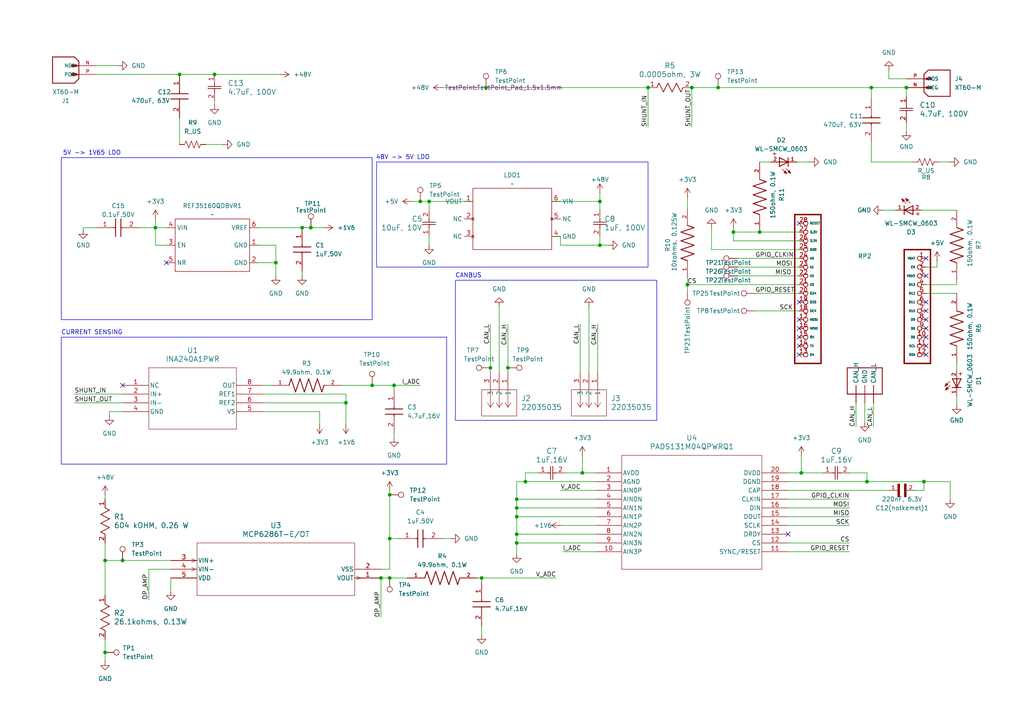
<source format=kicad_sch>
(kicad_sch (version 20231120) (generator "eeschema") (generator_version "8.0")
  (paper "A4")
  (junction (at 124.46 58.42))
  (junction (at 149.86 154.94))
  (junction (at 80.01 76.2))
  (junction (at 100.33 116.84))
  (junction (at 114.3 111.76))
  (junction (at 187.96 25.4))
  (junction (at 90.17 66.04))
  (junction (at 199.39 82.55))
  (junction (at 110.49 167.64))
  (junction (at 251.46 139.7))
  (junction (at 232.41 137.16))
  (junction (at 139.7 167.64))
  (junction (at 152.4 139.7))
  (junction (at 147.32 106.68))
  (junction (at 142.24 106.68))
  (junction (at 121.92 58.42))
  (junction (at 30.48 189.23))
  (junction (at 173.99 71.12))
  (junction (at 262.89 25.4))
  (junction (at 30.48 162.56))
  (junction (at 149.86 149.86))
  (junction (at 267.97 139.7))
  (junction (at 113.03 143.51))
  (junction (at 107.95 111.76))
  (junction (at 52.07 21.59))
  (junction (at 220.345 67.31))
  (junction (at 140.97 25.4))
  (junction (at 168.91 137.16))
  (junction (at 212.725 67.31))
  (junction (at 200.66 25.4))
  (junction (at 208.28 25.4))
  (junction (at 113.03 167.64))
  (junction (at 173.99 58.42))
  (junction (at 45.085 66.04))
  (junction (at 149.86 157.48))
  (junction (at 149.86 147.32))
  (junction (at 252.73 25.4))
  (junction (at 35.56 162.56))
  (junction (at 113.03 156.21))
  (junction (at 149.86 144.78))
  (junction (at 87.63 66.04))
  (junction (at 62.23 21.59))
  (no_connect (at 231.775 87.63))
  (no_connect (at 268.605 90.17))
  (no_connect (at 268.605 100.33))
  (no_connect (at 231.775 92.71))
  (no_connect (at 268.605 97.79))
  (no_connect (at 48.26 76.2))
  (no_connect (at 268.605 92.71))
  (no_connect (at 268.605 95.25))
  (no_connect (at 268.605 87.63))
  (no_connect (at 268.605 102.87))
  (no_connect (at 231.775 102.87))
  (no_connect (at 268.605 80.01))
  (no_connect (at 35.56 111.76))
  (no_connect (at 231.775 95.25))
  (no_connect (at 268.605 74.93))
  (no_connect (at 231.775 100.33))
  (no_connect (at 231.775 97.79))
  (no_connect (at 231.775 64.77))
  (no_connect (at 228.6 154.94))
  (wire (pts (xy 199.39 82.55) (xy 199.39 84.455)))
  (wire (pts (xy 27.94 66.04) (xy 24.13 66.04)))
  (wire (pts (xy 147.32 106.68) (xy 147.32 107.95)))
  (wire (pts (xy 265.43 142.24) (xy 267.97 142.24)))
  (wire (pts (xy 147.32 93.98) (xy 147.32 106.68)))
  (wire (pts (xy 228.6 144.78) (xy 246.38 144.78)))
  (wire (pts (xy 199.39 80.645) (xy 199.39 82.55)))
  (wire (pts (xy 35.56 162.56) (xy 49.53 162.56)))
  (wire (pts (xy 208.28 25.4) (xy 252.73 25.4)))
  (wire (pts (xy 162.56 68.58) (xy 160.02 68.58)))
  (wire (pts (xy 62.23 29.21) (xy 62.23 30.48)))
  (wire (pts (xy 149.86 147.32) (xy 172.72 147.32)))
  (wire (pts (xy 163.195 160.02) (xy 172.72 160.02)))
  (wire (pts (xy 43.18 165.1) (xy 43.18 173.99)))
  (wire (pts (xy 30.48 162.56) (xy 30.48 172.72)))
  (wire (pts (xy 162.56 142.24) (xy 172.72 142.24)))
  (wire (pts (xy 262.89 22.86) (xy 257.81 22.86)))
  (wire (pts (xy 24.13 66.04) (xy 24.13 66.675)))
  (wire (pts (xy 100.33 116.84) (xy 100.33 123.19)))
  (wire (pts (xy 168.275 93.98) (xy 168.275 107.95)))
  (wire (pts (xy 142.24 106.68) (xy 142.24 107.95)))
  (wire (pts (xy 110.49 167.64) (xy 110.49 179.07)))
  (wire (pts (xy 52.07 34.29) (xy 52.07 41.91)))
  (wire (pts (xy 228.6 149.86) (xy 246.38 149.86)))
  (wire (pts (xy 168.91 132.08) (xy 168.91 137.16)))
  (wire (pts (xy 251.46 139.7) (xy 251.46 137.16)))
  (wire (pts (xy 253.365 123.825) (xy 253.365 116.84)))
  (wire (pts (xy 128.27 25.4) (xy 140.97 25.4)))
  (wire (pts (xy 107.95 111.76) (xy 114.3 111.76)))
  (wire (pts (xy 45.085 66.04) (xy 45.085 71.12)))
  (wire (pts (xy 268.605 82.55) (xy 277.495 82.55)))
  (wire (pts (xy 139.7 181.61) (xy 139.7 184.15)))
  (wire (pts (xy 138.43 167.64) (xy 139.7 167.64)))
  (wire (pts (xy 275.59 139.7) (xy 275.59 144.78)))
  (wire (pts (xy 76.2 114.3) (xy 100.33 114.3)))
  (wire (pts (xy 267.97 142.24) (xy 267.97 139.7)))
  (wire (pts (xy 45.085 66.04) (xy 48.26 66.04)))
  (wire (pts (xy 173.99 55.88) (xy 173.99 58.42)))
  (wire (pts (xy 228.6 137.16) (xy 232.41 137.16)))
  (wire (pts (xy 277.495 82.55) (xy 277.495 81.28)))
  (wire (pts (xy 262.89 35.56) (xy 262.89 38.1)))
  (wire (pts (xy 121.92 58.42) (xy 124.46 58.42)))
  (wire (pts (xy 200.66 25.4) (xy 208.28 25.4)))
  (wire (pts (xy 124.46 58.42) (xy 137.16 58.42)))
  (wire (pts (xy 172.72 144.78) (xy 149.86 144.78)))
  (wire (pts (xy 30.48 162.56) (xy 35.56 162.56)))
  (wire (pts (xy 268.605 85.09) (xy 277.495 85.09)))
  (wire (pts (xy 30.48 185.42) (xy 30.48 189.23)))
  (wire (pts (xy 268.605 77.47) (xy 271.78 77.47)))
  (wire (pts (xy 49.53 165.1) (xy 43.18 165.1)))
  (wire (pts (xy 213.995 80.01) (xy 231.775 80.01)))
  (wire (pts (xy 252.73 25.4) (xy 252.73 28.575)))
  (wire (pts (xy 277.495 105.41) (xy 277.495 107.315)))
  (wire (pts (xy 149.86 157.48) (xy 149.86 160.655)))
  (wire (pts (xy 213.995 77.47) (xy 231.775 77.47)))
  (wire (pts (xy 199.39 82.55) (xy 231.775 82.55)))
  (wire (pts (xy 228.6 160.02) (xy 246.38 160.02)))
  (wire (pts (xy 100.33 116.84) (xy 100.33 114.3)))
  (wire (pts (xy 74.93 71.12) (xy 80.01 71.12)))
  (wire (pts (xy 219.075 90.17) (xy 231.775 90.17)))
  (wire (pts (xy 62.23 21.59) (xy 81.28 21.59)))
  (wire (pts (xy 187.96 25.4) (xy 187.96 36.83)))
  (wire (pts (xy 49.53 167.64) (xy 49.53 171.45)))
  (wire (pts (xy 124.46 68.58) (xy 124.46 71.12)))
  (wire (pts (xy 162.56 71.12) (xy 173.99 71.12)))
  (wire (pts (xy 35.56 119.38) (xy 31.75 119.38)))
  (wire (pts (xy 231.775 72.39) (xy 206.375 72.39)))
  (wire (pts (xy 220.345 67.31) (xy 212.725 67.31)))
  (wire (pts (xy 119.38 58.42) (xy 121.92 58.42)))
  (wire (pts (xy 267.97 139.7) (xy 275.59 139.7)))
  (wire (pts (xy 76.2 116.84) (xy 100.33 116.84)))
  (wire (pts (xy 162.56 68.58) (xy 162.56 71.12)))
  (wire (pts (xy 110.49 165.1) (xy 113.03 165.1)))
  (wire (pts (xy 76.2 111.76) (xy 78.74 111.76)))
  (wire (pts (xy 212.725 69.85) (xy 212.725 67.31)))
  (wire (pts (xy 252.73 25.4) (xy 262.89 25.4)))
  (wire (pts (xy 40.64 66.04) (xy 45.085 66.04)))
  (wire (pts (xy 113.03 143.51) (xy 113.03 156.21)))
  (wire (pts (xy 252.73 41.275) (xy 252.73 46.99)))
  (wire (pts (xy 149.86 144.78) (xy 149.86 147.32)))
  (wire (pts (xy 99.06 111.76) (xy 107.95 111.76)))
  (wire (pts (xy 149.86 154.94) (xy 149.86 157.48)))
  (wire (pts (xy 80.01 71.12) (xy 80.01 76.2)))
  (wire (pts (xy 149.86 157.48) (xy 172.72 157.48)))
  (wire (pts (xy 272.415 46.99) (xy 275.59 46.99)))
  (wire (pts (xy 231.775 69.85) (xy 212.725 69.85)))
  (wire (pts (xy 76.2 119.38) (xy 92.71 119.38)))
  (wire (pts (xy 87.63 66.04) (xy 90.17 66.04)))
  (wire (pts (xy 173.99 71.12) (xy 176.53 71.12)))
  (wire (pts (xy 228.6 157.48) (xy 246.38 157.48)))
  (wire (pts (xy 59.69 41.91) (xy 64.77 41.91)))
  (wire (pts (xy 173.355 93.98) (xy 173.355 107.95)))
  (wire (pts (xy 246.38 137.16) (xy 251.46 137.16)))
  (wire (pts (xy 163.83 137.16) (xy 168.91 137.16)))
  (wire (pts (xy 228.6 142.24) (xy 257.81 142.24)))
  (wire (pts (xy 170.815 88.9) (xy 170.815 107.95)))
  (wire (pts (xy 30.48 143.51) (xy 30.48 144.78)))
  (wire (pts (xy 152.4 139.7) (xy 172.72 139.7)))
  (wire (pts (xy 124.46 58.42) (xy 124.46 60.96)))
  (wire (pts (xy 160.02 58.42) (xy 173.99 58.42)))
  (wire (pts (xy 156.21 137.16) (xy 152.4 137.16)))
  (wire (pts (xy 251.46 139.7) (xy 267.97 139.7)))
  (wire (pts (xy 250.825 122.555) (xy 250.825 116.84)))
  (wire (pts (xy 232.41 132.08) (xy 232.41 137.16)))
  (wire (pts (xy 128.27 156.21) (xy 130.81 156.21)))
  (wire (pts (xy 139.7 168.91) (xy 139.7 167.64)))
  (wire (pts (xy 149.86 149.86) (xy 172.72 149.86)))
  (wire (pts (xy 267.335 60.96) (xy 277.495 60.96)))
  (wire (pts (xy 27.94 19.05) (xy 34.29 19.05)))
  (wire (pts (xy 21.59 116.84) (xy 35.56 116.84)))
  (wire (pts (xy 255.905 60.96) (xy 259.715 60.96)))
  (wire (pts (xy 149.86 139.7) (xy 152.4 139.7)))
  (wire (pts (xy 228.6 147.32) (xy 246.38 147.32)))
  (wire (pts (xy 206.375 72.39) (xy 206.375 66.04)))
  (wire (pts (xy 252.73 46.99) (xy 264.795 46.99)))
  (wire (pts (xy 257.81 22.86) (xy 257.81 20.32)))
  (wire (pts (xy 87.63 78.74) (xy 87.63 80.01)))
  (wire (pts (xy 232.41 137.16) (xy 238.76 137.16)))
  (wire (pts (xy 231.14 46.99) (xy 234.95 46.99)))
  (wire (pts (xy 114.3 111.76) (xy 121.92 111.76)))
  (wire (pts (xy 90.17 66.04) (xy 93.98 66.04)))
  (wire (pts (xy 271.78 77.47) (xy 271.78 75.565)))
  (wire (pts (xy 21.59 114.3) (xy 35.56 114.3)))
  (wire (pts (xy 30.48 189.23) (xy 30.48 191.77)))
  (wire (pts (xy 144.78 88.9) (xy 144.78 107.95)))
  (wire (pts (xy 139.7 167.64) (xy 161.29 167.64)))
  (wire (pts (xy 173.99 68.58) (xy 173.99 71.12)))
  (wire (pts (xy 114.3 111.76) (xy 114.3 113.03)))
  (wire (pts (xy 168.91 137.16) (xy 172.72 137.16)))
  (wire (pts (xy 149.86 139.7) (xy 149.86 144.78)))
  (wire (pts (xy 140.97 25.4) (xy 187.96 25.4)))
  (wire (pts (xy 220.345 46.99) (xy 223.52 46.99)))
  (wire (pts (xy 142.24 93.98) (xy 142.24 106.68)))
  (wire (pts (xy 162.56 152.4) (xy 172.72 152.4)))
  (wire (pts (xy 74.93 66.04) (xy 87.63 66.04)))
  (wire (pts (xy 52.07 21.59) (xy 62.23 21.59)))
  (wire (pts (xy 228.6 152.4) (xy 246.38 152.4)))
  (wire (pts (xy 149.86 149.86) (xy 149.86 154.94)))
  (wire (pts (xy 113.03 167.64) (xy 118.11 167.64)))
  (wire (pts (xy 173.99 58.42) (xy 173.99 60.96)))
  (wire (pts (xy 92.71 119.38) (xy 92.71 123.19)))
  (wire (pts (xy 110.49 167.64) (xy 113.03 167.64)))
  (wire (pts (xy 152.4 137.16) (xy 152.4 139.7)))
  (wire (pts (xy 80.01 76.2) (xy 80.01 80.01)))
  (wire (pts (xy 262.89 25.4) (xy 262.89 27.94)))
  (wire (pts (xy 200.66 25.4) (xy 200.66 36.83)))
  (wire (pts (xy 199.39 60.325) (xy 199.39 57.15)))
  (wire (pts (xy 113.03 165.1) (xy 113.03 156.21)))
  (wire (pts (xy 277.495 114.935) (xy 277.495 117.475)))
  (wire (pts (xy 231.775 67.31) (xy 220.345 67.31)))
  (wire (pts (xy 45.085 63.5) (xy 45.085 66.04)))
  (wire (pts (xy 27.94 21.59) (xy 52.07 21.59)))
  (wire (pts (xy 149.86 147.32) (xy 149.86 149.86)))
  (wire (pts (xy 74.93 76.2) (xy 80.01 76.2)))
  (wire (pts (xy 248.285 123.825) (xy 248.285 116.84)))
  (wire (pts (xy 113.03 142.24) (xy 113.03 143.51)))
  (wire (pts (xy 228.6 139.7) (xy 251.46 139.7)))
  (wire (pts (xy 149.86 154.94) (xy 172.72 154.94)))
  (wire (pts (xy 31.75 119.38) (xy 31.75 120.65)))
  (wire (pts (xy 219.075 85.09) (xy 231.775 85.09)))
  (wire (pts (xy 113.03 156.21) (xy 115.57 156.21)))
  (wire (pts (xy 30.48 157.48) (xy 30.48 162.56)))
  (wire (pts (xy 45.085 71.12) (xy 48.26 71.12)))
  (wire (pts (xy 213.995 74.93) (xy 231.775 74.93)))
  (wire (pts (xy 114.3 125.73) (xy 114.3 127)))
  (wire (pts (xy 212.725 67.31) (xy 212.725 66.04)))
  (rectangle (start 17.78 45.72) (end 107.95 92.71))
  (rectangle (start 109.22 46.99) (end 187.96 77.47))
  (rectangle (start 132.08 81.28) (end 190.5 121.92))
  (rectangle (start 17.78 97.79) (end 129.54 134.62))
  (text "CANBUS\n" (at 135.89 80.01 0) (effects (font (size 1.27 1.27))))
  (text "48V -> 5V LDO\n" (at 116.84 45.72 0) (effects (font (size 1.27 1.27))))
  (text "CURRENT SENSING\n" (at 26.67 96.52 0) (effects (font (size 1.27 1.27))))
  (text "5V -> 1V65 LDO\n" (at 26.67 44.45 0) (effects (font (size 1.27 1.27))))
  (label "SHUNT_IN" (at 187.96 36.83 90))
  (label "GPIO_RESET" (at 219.075 85.09 0))
  (label "MOSI" (at 229.87 77.47 180))
  (label "GPIO_CLKIN" (at 246.38 144.78 180))
  (label "CAN_H" (at 173.355 93.98 270))
  (label "V_ADC" (at 162.56 142.24 0))
  (label "SHUNT_OUT" (at 200.66 36.83 90))
  (label "I_ADC" (at 121.92 111.76 180))
  (label "I_ADC" (at 163.195 160.02 0))
  (label "CAN_L" (at 253.365 123.825 90))
  (label "GPIO_RESET" (at 246.38 160.02 180))
  (label "SHUNT_IN" (at 21.59 114.3 0))
  (label "SCK" (at 246.38 152.4 180))
  (label "MISO" (at 224.79 80.01 0))
  (label "SCK" (at 226.06 90.17 0))
  (label "CAN_L" (at 168.275 93.98 270))
  (label "CAN_H" (at 147.32 93.98 270))
  (label "CS" (at 246.38 157.48 180))
  (label "CAN_H" (at 248.285 123.825 90))
  (label "V_ADC" (at 161.29 167.64 180))
  (label "SHUNT_OUT" (at 21.59 116.84 0))
  (label "CS" (at 199.39 82.55 0))
  (label "MISO" (at 246.38 149.86 180))
  (label "MOSI" (at 246.38 147.32 180))
  (label "GPIO_CLKIN" (at 219.075 74.93 0))
  (label "CAN_L" (at 142.24 93.98 270))
  (label "OP_AMP" (at 43.18 173.99 90))
  (label "OP_AMP" (at 110.49 179.07 90))
  (symbol (lib_id "Connector:TestPoint") (at 90.17 66.04 0) (unit 1)
    (property "Reference" "TP11" (at 88.265 59.055 0) (effects (justify left)))
    (property "Value" "TestPoint" (at 85.725 60.96 0) (effects (justify left)))
    (property "Footprint" "TestPoint:TestPoint_Pad_1.5x1.5mm" (effects (hide yes)))
    (property "Description" "test point" (effects (hide yes)))
  )
  (symbol (lib_id "power:+48V") (at 173.99 55.88 0) (unit 1)
    (property "Reference" "#PWR025" (effects (hide yes)))
    (property "Value" "+48V" (at 173.99 52.07 0))
    (property "Description" "Power symbol creates a global label with name \"+48V\"" (effects (hide yes)))
  )
  (symbol (lib_id "Joulemeter:INA240A1PWR") (at 35.56 111.76 0) (unit 1)
    (property "Reference" "U1" (at 55.88 101.6 0) (effects (font (size 1.524 1.524))))
    (property "Value" "INA240A1PWR" (at 55.88 104.14 0) (effects (font (size 1.524 1.524))))
    (property "Footprint" "PW0008A_N_TEX" (effects (hide yes)))
    (property "Datasheet" "INA240A1PWR" (effects (hide yes)))
  )
  (symbol (lib_id "power:GND") (at 80.01 80.01 0) (unit 1)
    (property "Reference" "#PWR027" (effects (hide yes)))
    (property "Value" "GND" (at 80.01 85.09 0))
    (property "Description" "Power symbol creates a global label with name \"GND\" , ground" (effects (hide yes)))
  )
  (symbol (lib_id "SMV_Custom:CRCW0603150RFKEAC") (at 220.345 57.15 90) (unit 1)
    (property "Reference" "R11" (at 226.695 58.42 0) (effects (justify left)))
    (property "Value" "150ohm, 0.1W" (at 224.155 63.5 0) (effects (justify left)))
    (property "Footprint" "SMV_Passives:RESC1608X55N" (effects (hide yes)))
  )
  (symbol (lib_id "power:GND") (at 275.59 144.78 0) (unit 1)
    (property "Reference" "#PWR034" (effects (hide yes)))
    (property "Value" "GND" (at 275.59 149.86 0))
    (property "Description" "Power symbol creates a global label with name \"GND\" , ground" (effects (hide yes)))
  )
  (symbol (lib_id "Connector:TestPoint") (at 147.32 106.68 270) (unit 1)
    (property "Reference" "TP9" (at 149.86 101.6 90) (effects (justify left)))
    (property "Value" "TestPoint" (at 148.59 104.14 90) (effects (justify left)))
    (property "Footprint" "TestPoint:TestPoint_Pad_1.5x1.5mm" (effects (hide yes)))
    (property "Description" "test point" (effects (hide yes)))
  )
  (symbol (lib_id "power:GND") (at 139.7 184.15 0) (unit 1)
    (property "Reference" "#PWR019" (effects (hide yes)))
    (property "Value" "GND" (at 139.7 189.23 0))
    (property "Description" "Power symbol creates a global label with name \"GND\" , ground" (effects (hide yes)))
  )
  (symbol (lib_id "power:GND") (at 206.375 66.04 180) (unit 1)
    (property "Reference" "#PWR042" (effects (hide yes)))
    (property "Value" "GND" (at 206.375 60.96 0))
    (property "Description" "Power symbol creates a global label with name \"GND\" , ground" (effects (hide yes)))
  )
  (symbol (lib_id "Connector:TestPoint") (at 113.03 167.64 180) (unit 1)
    (property "Reference" "TP4" (at 115.57 169.6719 0) (effects (justify right)))
    (property "Value" "TestPoint" (at 115.57 172.2119 0) (effects (justify right)))
    (property "Footprint" "TestPoint:TestPoint_Pad_1.5x1.5mm" (effects (hide yes)))
    (property "Description" "test point" (effects (hide yes)))
  )
  (symbol (lib_id "SMV_Custom:C0805C102K5GACTU") (at 87.63 66.04 270) (unit 1)
    (property "Reference" "C1" (at 91.44 71.1199 90) (effects (justify left)))
    (property "Value" "1uF,50V" (at 91.44 73.6599 90) (effects (justify left)))
    (property "Footprint" "SMV_Passives:Cap0805" (effects (hide yes)))
    (property "Datasheet" "https://content.kemet.com/datasheets/KEM_C1003_C0G_SMD.pdf" (effects (hide yes)))
    (property "Description" "SMD Comm C0G, Ceramic, 1000 pF, 10%, 50 VDC, 125 VDC, 125C, -55C, C0G, SMD, MLCC, Ultra-Stable, Low Loss, Class I, 0.1 % , 100 GOhms, 11 mg, 0805, 2mm, 1.25mm, 0.78mm, 0.75mm, 0.5mm, 4000, 78  Weeks, 120" (effects (hide yes)))
    (property "Height" "1.1" (effects (hide yes)))
    (property "Manufacturer_Name" "KEMET" (effects (hide yes)))
    (property "Manufacturer_Part_Number" "C0805C102K5GACTU" (effects (hide yes)))
    (property "Mouser Part Number" "80-C0805C102K5G" (effects (hide yes)))
    (property "Mouser Price/Stock" "https://www.mouser.co.uk/ProductDetail/KEMET/C0805C102K5GACTU?qs=ycq5i98tC2kqWbFrXv0n7w%3D%3D" (effects (hide yes)))
    (property "Arrow Part Number" "C0805C102K5GACTU" (effects (hide yes)))
    (property "Arrow Price/Stock" "https://www.arrow.com/en/products/c0805c102k5gactu/kemet-corporation" (effects (hide yes)))
  )
  (symbol (lib_id "power:+3V3") (at 100.33 123.19 180) (unit 1)
    (property "Reference" "#PWR012" (effects (hide yes)))
    (property "Value" "+1V6" (at 97.79 128.27 0) (effects (justify right)))
    (property "Description" "Power symbol creates a global label with name \"+3V3\"" (effects (hide yes)))
  )
  (symbol (lib_id "power:+3V3") (at 168.91 132.08 0) (unit 1)
    (property "Reference" "#PWR023" (effects (hide yes)))
    (property "Value" "+3V3" (at 168.91 127 0))
    (property "Description" "Power symbol creates a global label with name \"+3V3\"" (effects (hide yes)))
  )
  (symbol (lib_id "SMV_Custom:3-pin Mini Molex Spox") (at 173.355 107.95 270) (unit 1)
    (property "Reference" "J3" (at 177.165 115.5699 90) (effects (font (size 1.524 1.524)) (justify left)))
    (property "Value" "22035035" (at 177.165 118.1099 90) (effects (font (size 1.524 1.524)) (justify left)))
    (property "Footprint" "SMV_Connectors:3pin_CON_22035035_MOL" (effects (hide yes)))
    (property "Datasheet" "3-pin Mini Molex Spox" (effects (hide yes)))
  )
  (symbol (lib_id "power:+3V3") (at 45.085 63.5 0) (unit 1)
    (property "Reference" "#PWR01" (effects (hide yes)))
    (property "Value" "+3V3" (at 45.085 58.42 0))
    (property "Description" "Power symbol creates a global label with name \"+3V3\"" (effects (hide yes)))
  )
  (symbol (lib_id "Connector:TestPoint") (at 107.95 111.76 0) (unit 1)
    (property "Reference" "TP10" (at 105.41 102.87 0) (effects (justify left)))
    (property "Value" "TestPoint" (at 104.14 105.41 0) (effects (justify left)))
    (property "Footprint" "TestPoint:TestPoint_Pad_1.5x1.5mm" (effects (hide yes)))
    (property "Description" "test point" (effects (hide yes)))
  )
  (symbol (lib_id "Connector:TestPoint") (at 121.92 58.42 0) (unit 1)
    (property "Reference" "TP5" (at 124.46 53.8479 0) (effects (justify left)))
    (property "Value" "TestPoint" (at 124.46 56.3879 0) (effects (justify left)))
    (property "Footprint" "TestPoint:TestPoint_Pad_1.5x1.5mm" (effects (hide yes)))
    (property "Description" "test point" (effects (hide yes)))
  )
  (symbol (lib_id "Connector:TestPoint") (at 35.56 162.56 0) (unit 1)
    (property "Reference" "TP3" (at 38.1 157.9879 0) (effects (justify left)))
    (property "Value" "TestPoint" (at 38.1 160.5279 0) (effects (justify left)))
    (property "Footprint" "TestPoint:TestPoint_Pad_1.5x1.5mm" (effects (hide yes)))
    (property "Description" "test point" (effects (hide yes)))
  )
  (symbol (lib_id "power:+3V3") (at 199.39 57.15 0) (unit 1)
    (property "Reference" "#PWR043" (effects (hide yes)))
    (property "Value" "+3V3" (at 199.39 52.07 0))
    (property "Description" "Power symbol creates a global label with name \"+3V3\"" (effects (hide yes)))
  )
  (symbol (lib_id "SMV_Custom:XT60-M") (at 22.86 19.05 180) (unit 1)
    (property "Reference" "J1" (at 19.05 29.21 0))
    (property "Value" "XT60-M" (at 19.05 26.67 0))
    (property "Footprint" "SMV_Connectors:AMASS_XT60-M" (effects (hide yes)))
    (property "MF" "AMASS" (effects (hide yes)))
    (property "MAXIMUM_PACKAGE_HEIGHT" "16.00 mm" (effects (hide yes)))
    (property "Package" "Package" (effects (hide yes)))
    (property "Price" "None" (effects (hide yes)))
    (property "Check_prices" "https://www.snapeda.com/parts/XT60-M/AMASS/view-part/?ref=eda" (effects (hide yes)))
    (property "STANDARD" "IPC 7351B" (effects (hide yes)))
    (property "PARTREV" "V1.2" (effects (hide yes)))
    (property "SnapEDA_Link" "https://www.snapeda.com/parts/XT60-M/AMASS/view-part/?ref=snap" (effects (hide yes)))
    (property "MP" "XT60-M" (effects (hide yes)))
    (property "Description_1" "\n                        \n                            Plug; DC supply; XT60; male; PIN: 2; for cable; soldered; 30A; 500V\n                        \n" (effects (hide yes)))
    (property "Availability" "Not in stock" (effects (hide yes)))
    (property "MANUFACTURER" "AMASS" (effects (hide yes)))
  )
  (symbol (lib_id "power:GND") (at 262.89 38.1 0) (unit 1)
    (property "Reference" "#PWR036" (effects (hide yes)))
    (property "Value" "GND" (at 262.89 42.545 0))
    (property "Description" "Power symbol creates a global label with name \"GND\" , ground" (effects (hide yes)))
  )
  (symbol (lib_id "SMV_Custom:PU3921FKM130U5L") (at 187.96 25.4 0) (unit 1)
    (property "Reference" "R5" (at 194.31 19.05 0) (effects (font (size 1.524 1.524))))
    (property "Value" "0.0005ohm, 3W" (at 194.31 21.59 0) (effects (font (size 1.524 1.524))))
    (property "Footprint" "SMV_Passives:RES_PU3921_.5mOHM_YAG" (effects (hide yes)))
    (property "Datasheet" "PU3921FKM130U5L" (effects (hide yes)))
  )
  (symbol (lib_id "power:GND") (at 34.29 19.05 90) (unit 1)
    (property "Reference" "#PWR06" (effects (hide yes)))
    (property "Value" "GND" (at 38.1 19.0499 90) (effects (justify right)))
    (property "Description" "Power symbol creates a global label with name \"GND\" , ground" (effects (hide yes)))
  )
  (symbol (lib_id "SMV_Custom:C0805C475K4RACTU") (at 139.7 168.91 270) (unit 1)
    (property "Reference" "C6" (at 143.51 173.9899 90) (effects (justify left)))
    (property "Value" "4.7uF,16V" (at 143.51 176.5299 90) (effects (justify left)))
    (property "Footprint" "SMV_Passives:Cap0805" (effects (hide yes)))
    (property "Datasheet" "https://content.kemet.com/datasheets/KEM_C1002_X7R_SMD.pdf" (effects (hide yes)))
    (property "Description" "SMD Comm X7R, Ceramic, 4.7 uF, 10%, 16 VDC, 40 VDC, 125C, -55C, X7R, SMD, MLCC, Temperature Stable, Class II, 10 % , 21.3 MOhms, 21 mg, 0805, 2mm, 1.25mm, 1.25mm, 0.75mm, 0.5mm, 2500, 78  Weeks, 80" (effects (hide yes)))
    (property "Height" "1.1" (effects (hide yes)))
    (property "Manufacturer_Name" "KEMET" (effects (hide yes)))
    (property "Manufacturer_Part_Number" "C0805C475K4RACTU" (effects (hide yes)))
    (property "Mouser Part Number" "80-C0805C475K4R" (effects (hide yes)))
    (property "Mouser Price/Stock" "https://www.mouser.co.uk/ProductDetail/KEMET/C0805C475K4RACTU?qs=iP0bYSAMAFomlmlmK2IJkg%3D%3D" (effects (hide yes)))
    (property "Arrow Part Number" "C0805C475K4RACTU" (effects (hide yes)))
    (property "Arrow Price/Stock" "https://www.arrow.com/en/products/c0805c475k4ractu/kemet-corporation?region=nac" (effects (hide yes)))
  )
  (symbol (lib_id "SMV_Custom:CRCW0603150RFKEAC") (at 277.495 71.12 90) (unit 1)
    (property "Reference" "R7" (at 283.845 72.39 0) (effects (justify left)))
    (property "Value" "150ohm, 0.1W" (at 281.305 77.47 0) (effects (justify left)))
    (property "Footprint" "SMV_Passives:RESC1608X55N" (effects (hide yes)))
  )
  (symbol (lib_id "power:GND") (at 130.81 156.21 90) (unit 1)
    (property "Reference" "#PWR018" (effects (hide yes)))
    (property "Value" "GND" (at 134.62 156.2099 90) (effects (justify right)))
    (property "Description" "Power symbol creates a global label with name \"GND\" , ground" (effects (hide yes)))
  )
  (symbol (lib_id "power:GND") (at 257.81 20.32 180) (unit 1)
    (property "Reference" "#PWR032" (effects (hide yes)))
    (property "Value" "GND" (at 257.81 15.24 0))
    (property "Description" "Power symbol creates a global label with name \"GND\" , ground" (effects (hide yes)))
  )
  (symbol (lib_id "SMV_Custom:CRCW0603150RFKEAC") (at 277.495 95.25 90) (unit 1)
    (property "Reference" "R6" (at 283.845 96.52 0) (effects (justify left)))
    (property "Value" "150ohm, 0.1W" (at 281.305 101.6 0) (effects (justify left)))
    (property "Footprint" "SMV_Passives:RESC1608X55N" (effects (hide yes)))
  )
  (symbol (lib_id "power:GND") (at 62.23 30.48 0) (unit 1)
    (property "Reference" "#PWR038" (effects (hide yes)))
    (property "Value" "GND" (at 62.23 35.56 0))
    (property "Description" "Power symbol creates a global label with name \"GND\" , ground" (effects (hide yes)))
  )
  (symbol (lib_id "power:+48V") (at 128.27 25.4 90) (unit 1)
    (property "Reference" "#PWR017" (effects (hide yes)))
    (property "Value" "+48V" (at 124.46 25.3999 90) (effects (justify left)))
    (property "Description" "Power symbol creates a global label with name \"+48V\"" (effects (hide yes)))
  )
  (symbol (lib_id "SMV_Custom:3-pin Mini Molex Spox") (at 147.32 107.95 270) (unit 1)
    (property "Reference" "J2" (at 151.13 115.5699 90) (effects (font (size 1.524 1.524)) (justify left)))
    (property "Value" "22035035" (at 151.13 118.1099 90) (effects (font (size 1.524 1.524)) (justify left)))
    (property "Footprint" "SMV_Connectors:3pin_CON_22035035_MOL" (effects (hide yes)))
    (property "Datasheet" "3-pin Mini Molex Spox" (effects (hide yes)))
  )
  (symbol (lib_id "SMV_Custom:AP7387-50FDCR-7") (at 148.59 63.5 0) (unit 1)
    (property "Reference" "LDO1" (at 148.59 50.8 0))
    (property "Value" "~" (at 148.59 53.34 0))
    (property "Footprint" "SMV_ICs:U-DFN2020-6 (Type C)" (effects (hide yes)))
  )
  (symbol (lib_id "SMV_Custom:C0805C102K5GACTU") (at 115.57 156.21 0) (unit 1)
    (property "Reference" "C4" (at 121.92 148.59 0))
    (property "Value" "1uF,50V" (at 121.92 151.13 0))
    (property "Footprint" "SMV_Passives:Cap0805" (effects (hide yes)))
    (property "Datasheet" "https://content.kemet.com/datasheets/KEM_C1003_C0G_SMD.pdf" (effects (hide yes)))
    (property "Description" "SMD Comm C0G, Ceramic, 1000 pF, 10%, 50 VDC, 125 VDC, 125C, -55C, C0G, SMD, MLCC, Ultra-Stable, Low Loss, Class I, 0.1 % , 100 GOhms, 11 mg, 0805, 2mm, 1.25mm, 0.78mm, 0.75mm, 0.5mm, 4000, 78  Weeks, 120" (effects (hide yes)))
    (property "Height" "1.1" (effects (hide yes)))
    (property "Manufacturer_Name" "KEMET" (effects (hide yes)))
    (property "Manufacturer_Part_Number" "C0805C102K5GACTU" (effects (hide yes)))
    (property "Mouser Part Number" "80-C0805C102K5G" (effects (hide yes)))
    (property "Mouser Price/Stock" "https://www.mouser.co.uk/ProductDetail/KEMET/C0805C102K5GACTU?qs=ycq5i98tC2kqWbFrXv0n7w%3D%3D" (effects (hide yes)))
    (property "Arrow Part Number" "C0805C102K5GACTU" (effects (hide yes)))
    (property "Arrow Price/Stock" "https://www.arrow.com/en/products/c0805c102k5gactu/kemet-corporation" (effects (hide yes)))
  )
  (symbol (lib_id "SMV_Custom:CRCW060349R9FKEAC") (at 88.9 111.76 0) (unit 1)
    (property "Reference" "R3" (at 88.9 105.41 0))
    (property "Value" "49.9ohm, 0.1W" (at 88.9 107.95 0))
    (property "Footprint" "SMV_Passives:RESC1608X55N" (effects (hide yes)))
  )
  (symbol (lib_id "power:GND") (at 277.495 117.475 0) (unit 1)
    (property "Reference" "#PWR08" (effects (hide yes)))
    (property "Value" "GND" (at 277.495 121.92 0))
    (property "Description" "Power symbol creates a global label with name \"GND\" , ground" (effects (hide yes)))
  )
  (symbol (lib_id "SMV_Custom:C1206C105K1RACTU") (at 173.99 60.96 270) (unit 1)
    (property "Reference" "C8" (at 175.26 63.5 90) (effects (font (size 1.524 1.524)) (justify left)))
    (property "Value" "1uF, 100V" (at 175.26 66.04 90) (effects (font (size 1.524 1.524)) (justify left)))
    (property "Footprint" "CAPC340180_180N_KEM" (effects (hide yes)))
    (property "Datasheet" "C1206C105K1RACTU" (effects (hide yes)))
  )
  (symbol (lib_id "SMV_Custom:Big_Chunky_Cap2") (at 52.07 21.59 270) (unit 1)
    (property "Reference" "C12" (at 45.72 26.67 90) (effects (justify left)))
    (property "Value" "470uF, 63V" (at 38.1 29.21 90) (effects (justify left)))
    (property "Footprint" "SMV_Passives:Big_Chunky_Cap" (effects (hide yes)))
    (property "Datasheet" "https://content.kemet.com/datasheets/KEM_C1003_C0G_SMD.pdf" (effects (hide yes)))
    (property "Description" "SMD Comm C0G, Ceramic, 1000 pF, 10%, 50 VDC, 125 VDC, 125C, -55C, C0G, SMD, MLCC, Ultra-Stable, Low Loss, Class I, 0.1 % , 100 GOhms, 11 mg, 0805, 2mm, 1.25mm, 0.78mm, 0.75mm, 0.5mm, 4000, 78  Weeks, 120" (effects (hide yes)))
    (property "Height" "1.1" (effects (hide yes)))
    (property "Manufacturer_Name" "KEMET" (effects (hide yes)))
    (property "Manufacturer_Part_Number" "C0805C102K5GACTU" (effects (hide yes)))
    (property "Mouser Part Number" "80-C0805C102K5G" (effects (hide yes)))
    (property "Mouser Price/Stock" "https://www.mouser.co.uk/ProductDetail/KEMET/C0805C102K5GACTU?qs=ycq5i98tC2kqWbFrXv0n7w%3D%3D" (effects (hide yes)))
    (property "Arrow Part Number" "C0805C102K5GACTU" (effects (hide yes)))
    (property "Arrow Price/Stock" "https://www.arrow.com/en/products/c0805c102k5gactu/kemet-corporation" (effects (hide yes)))
  )
  (symbol (lib_id "power:+3V3") (at 271.78 75.565 0) (unit 1)
    (property "Reference" "#PWR045" (effects (hide yes)))
    (property "Value" "+5V" (at 271.78 70.485 0))
    (property "Description" "Power symbol creates a global label with name \"+3V3\"" (effects (hide yes)))
  )
  (symbol (lib_id "power:+48V") (at 30.48 143.51 0) (unit 1)
    (property "Reference" "#PWR03" (effects (hide yes)))
    (property "Value" "+48V" (at 30.48 138.43 0))
    (property "Description" "Power symbol creates a global label with name \"+48V\"" (effects (hide yes)))
  )
  (symbol (lib_id "SMV_Custom:WL-SMCW_0603") (at 262.255 60.96 0) (unit 1)
    (property "Reference" "D3" (at 264.2733 67.31 0))
    (property "Value" "WL-SMCW_0603" (at 264.2733 64.77 0))
    (property "Footprint" "SMV_Passives:WL-SMCW_0603(diode)" (effects (hide yes)))
  )
  (symbol (lib_id "power:+3V3") (at 212.725 66.04 0) (unit 1)
    (property "Reference" "#PWR041" (effects (hide yes)))
    (property "Value" "+3V3" (at 212.725 60.96 0))
    (property "Description" "Power symbol creates a global label with name \"+3V3\"" (effects (hide yes)))
  )
  (symbol (lib_id "power:GND") (at 275.59 46.99 90) (unit 1)
    (property "Reference" "#PWR037" (effects (hide yes)))
    (property "Value" "GND" (at 279.4 46.9899 90) (effects (justify right)))
    (property "Description" "Power symbol creates a global label with name \"GND\" , ground" (effects (hide yes)))
  )
  (symbol (lib_id "power:GND") (at 250.825 122.555 0) (unit 1)
    (property "Reference" "#PWR040" (effects (hide yes)))
    (property "Value" "GND" (at 250.825 127.635 0))
    (property "Description" "Power symbol creates a global label with name \"GND\" , ground" (effects (hide yes)))
  )
  (symbol (lib_id "power:GND") (at 149.86 160.655 0) (unit 1)
    (property "Reference" "#PWR021" (effects (hide yes)))
    (property "Value" "GND" (at 149.86 165.735 0))
    (property "Description" "Power symbol creates a global label with name \"GND\" , ground" (effects (hide yes)))
  )
  (symbol (lib_id "Connector:TestPoint") (at 30.48 189.23 270) (unit 1)
    (property "Reference" "TP1" (at 35.56 187.9599 90) (effects (justify left)))
    (property "Value" "TestPoint" (at 35.56 190.4999 90) (effects (justify left)))
    (property "Footprint" "TestPoint:TestPoint_Pad_1.5x1.5mm" (effects (hide yes)))
    (property "Description" "test point" (effects (hide yes)))
  )
  (symbol (lib_id "SMV_Custom:C0805C105K4RACTU") (at 238.76 137.16 0) (unit 1)
    (property "Reference" "C9" (at 242.57 130.81 0) (effects (font (size 1.524 1.524))))
    (property "Value" "1uF,16V" (at 242.57 133.35 0) (effects (font (size 1.524 1.524))))
    (property "Footprint" "SMV_Passives:Cap0805" (effects (hide yes)))
    (property "Datasheet" "C0805C105K4RACTU" (effects (hide yes)))
  )
  (symbol (lib_id "power:GND") (at 234.95 46.99 90) (unit 1)
    (property "Reference" "#PWR044" (effects (hide yes)))
    (property "Value" "GND" (at 238.76 46.9899 90) (effects (justify right)))
    (property "Description" "Power symbol creates a global label with name \"GND\" , ground" (effects (hide yes)))
  )
  (symbol (lib_id "SMV_Custom:C2220C475M1R2C7186") (at 62.23 21.59 270) (unit 1)
    (property "Reference" "C13" (at 66.04 24.1299 90) (effects (font (size 1.524 1.524)) (justify left)))
    (property "Value" "4.7uF, 100V" (at 66.04 26.6699 90) (effects (font (size 1.524 1.524)) (justify left)))
    (property "Footprint" "CAP_C2220C_2S_KEM" (effects (hide yes)))
    (property "Datasheet" "C2220C475M1R2C7186" (effects (hide yes)))
  )
  (symbol (lib_id "SMV_Custom:TNPW040226K1BEED") (at 30.48 172.72 270) (unit 1)
    (property "Reference" "R2" (at 33.02 177.7999 90) (effects (font (size 1.524 1.524)) (justify left)))
    (property "Value" "26.1kohms, 0.13W" (at 33.02 180.3399 90) (effects (font (size 1.524 1.524)) (justify left)))
    (property "Footprint" "RES_TNPW0402_VIS" (effects (hide yes)))
    (property "Datasheet" "TNPW040226K1BEED" (effects (hide yes)))
  )
  (symbol (lib_id "power:+3V3") (at 92.71 123.19 180) (unit 1)
    (property "Reference" "#PWR011" (effects (hide yes)))
    (property "Value" "+3V3" (at 92.71 128.27 0))
    (property "Description" "Power symbol creates a global label with name \"+3V3\"" (effects (hide yes)))
  )
  (symbol (lib_id "SMV_Custom:TNPW0805604KBEEA") (at 30.48 144.78 270) (unit 1)
    (property "Reference" "R1" (at 33.02 149.8599 90) (effects (font (size 1.524 1.524)) (justify left)))
    (property "Value" "604 kOHM, 0.26 W" (at 33.02 152.3999 90) (effects (font (size 1.524 1.524)) (justify left)))
    (property "Footprint" "RES_TNPW0805_VIS" (effects (hide yes)))
    (property "Datasheet" "TNPW0805604KBEEA" (effects (hide yes)))
  )
  (symbol (lib_id "SMV_Custom:C0805C475K4RACTU") (at 114.3 113.03 270) (unit 1)
    (property "Reference" "C3" (at 118.11 118.1099 90) (effects (justify left)))
    (property "Value" "4.7uF,16V" (at 118.11 120.6499 90) (effects (justify left)))
    (property "Footprint" "SMV_Passives:Cap0805" (effects (hide yes)))
    (property "Datasheet" "https://content.kemet.com/datasheets/KEM_C1002_X7R_SMD.pdf" (effects (hide yes)))
    (property "Description" "SMD Comm X7R, Ceramic, 4.7 uF, 10%, 16 VDC, 40 VDC, 125C, -55C, X7R, SMD, MLCC, Temperature Stable, Class II, 10 % , 21.3 MOhms, 21 mg, 0805, 2mm, 1.25mm, 1.25mm, 0.75mm, 0.5mm, 2500, 78  Weeks, 80" (effects (hide yes)))
    (property "Height" "1.1" (effects (hide yes)))
    (property "Manufacturer_Name" "KEMET" (effects (hide yes)))
    (property "Manufacturer_Part_Number" "C0805C475K4RACTU" (effects (hide yes)))
    (property "Mouser Part Number" "80-C0805C475K4R" (effects (hide yes)))
    (property "Mouser Price/Stock" "https://www.mouser.co.uk/ProductDetail/KEMET/C0805C475K4RACTU?qs=iP0bYSAMAFomlmlmK2IJkg%3D%3D" (effects (hide yes)))
    (property "Arrow Part Number" "C0805C475K4RACTU" (effects (hide yes)))
    (property "Arrow Price/Stock" "https://www.arrow.com/en/products/c0805c475k4ractu/kemet-corporation?region=nac" (effects (hide yes)))
  )
  (symbol (lib_id "SMV_Custom:WL-SMCW_0603") (at 228.6 46.99 180) (unit 1)
    (property "Reference" "D2" (at 226.5817 40.64 0))
    (property "Value" "WL-SMCW_0603" (at 226.5817 43.18 0))
    (property "Footprint" "SMV_Passives:WL-SMCW_0603(diode)" (effects (hide yes)))
  )
  (symbol (lib_id "Connector:TestPoint") (at 219.075 90.17 90) (unit 1)
    (property "Reference" "TP8" (at 203.835 90.17 90))
    (property "Value" "TestPoint" (at 210.185 90.17 90))
    (property "Footprint" "TestPoint:TestPoint_Pad_1.5x1.5mm" (effects (hide yes)))
    (property "Description" "test point" (effects (hide yes)))
  )
  (symbol (lib_id "Connector:TestPoint") (at 213.995 74.93 90) (unit 1)
    (property "Reference" "TP21" (at 207.01 76.2 90))
    (property "Value" "TestPoint" (at 213.36 76.2 90))
    (property "Footprint" "TestPoint:TestPoint_Pad_1.5x1.5mm" (effects (hide yes)))
    (property "Description" "test point" (effects (hide yes)))
  )
  (symbol (lib_id "power:+3V3") (at 93.98 66.04 270) (unit 1)
    (property "Reference" "#PWR029" (effects (hide yes)))
    (property "Value" "+1V6" (at 97.79 66.0399 90) (effects (justify left)))
    (property "Description" "Power symbol creates a global label with name \"+3V3\"" (effects (hide yes)))
  )
  (symbol (lib_id "Connector:TestPoint") (at 208.28 25.4 0) (unit 1)
    (property "Reference" "TP13" (at 210.82 20.8279 0) (effects (justify left)))
    (property "Value" "TestPoint" (at 210.82 23.3679 0) (effects (justify left)))
    (property "Footprint" "TestPoint:TestPoint_Pad_1.5x1.5mm" (effects (hide yes)))
    (property "Description" "test point" (effects (hide yes)))
  )
  (symbol (lib_id "SMV_Custom:C0805C105K4RACTU") (at 156.21 137.16 0) (unit 1)
    (property "Reference" "C7" (at 160.02 130.81 0) (effects (font (size 1.524 1.524))))
    (property "Value" "1uF,16V" (at 160.02 133.35 0) (effects (font (size 1.524 1.524))))
    (property "Footprint" "SMV_Passives:Cap0805" (effects (hide yes)))
    (property "Datasheet" "C0805C105K4RACTU" (effects (hide yes)))
  )
  (symbol (lib_id "power:+3V3") (at 119.38 58.42 90) (unit 1)
    (property "Reference" "#PWR015" (effects (hide yes)))
    (property "Value" "+5V" (at 115.57 58.4199 90) (effects (justify left)))
    (property "Description" "Power symbol creates a global label with name \"+3V3\"" (effects (hide yes)))
  )
  (symbol (lib_id "SMV_Custom:RP2040") (at 250.825 96.52 0) (unit 1)
    (property "Reference" "RP2" (at 250.825 74.295 0))
    (property "Value" "~" (at 250.19 60.96 0))
    (property "Footprint" "SMV_Connectors:RP2040" (effects (hide yes)))
  )
  (symbol (lib_id "power:GND") (at 144.78 88.9 180) (unit 1)
    (property "Reference" "#PWR020" (effects (hide yes)))
    (property "Value" "GND" (at 144.78 83.82 0))
    (property "Description" "Power symbol creates a global label with name \"GND\" , ground" (effects (hide yes)))
  )
  (symbol (lib_id "power:GND") (at 124.46 71.12 0) (unit 1)
    (property "Reference" "#PWR016" (effects (hide yes)))
    (property "Value" "GND" (at 124.46 76.2 0))
    (property "Description" "Power symbol creates a global label with name \"GND\" , ground" (effects (hide yes)))
  )
  (symbol (lib_id "Connector:TestPoint") (at 199.39 84.455 180) (unit 1)
    (property "Reference" "TP23" (at 199.39 100.33 90))
    (property "Value" "TestPoint" (at 199.39 93.345 90))
    (property "Footprint" "TestPoint:TestPoint_Pad_1.5x1.5mm" (effects (hide yes)))
    (property "Description" "test point" (effects (hide yes)))
  )
  (symbol (lib_id "Connector:TestPoint") (at 140.97 25.4 0) (unit 1)
    (property "Reference" "TP6" (at 143.51 20.8279 0) (effects (justify left)))
    (property "Value" "TestPoint" (at 143.51 23.3679 0) (effects (justify left)))
    (property "Footprint" "TestPoint:TestPoint_Pad_1.5x1.5mm" (at 146.05 25.4 0))
    (property "Description" "test point" (effects (hide yes)))
  )
  (symbol (lib_id "power:GND") (at 176.53 71.12 90) (unit 1)
    (property "Reference" "#PWR026" (effects (hide yes)))
    (property "Value" "GND" (at 180.34 71.1199 90) (effects (justify right)))
    (property "Description" "Power symbol creates a global label with name \"GND\" , ground" (effects (hide yes)))
  )
  (symbol (lib_id "Connector:TestPoint") (at 219.075 85.09 90) (unit 1)
    (property "Reference" "TP25" (at 203.2 85.09 90))
    (property "Value" "TestPoint" (at 210.185 85.09 90))
    (property "Footprint" "TestPoint:TestPoint_Pad_1.5x1.5mm" (effects (hide yes)))
    (property "Description" "test point" (effects (hide yes)))
  )
  (symbol (lib_id "power:GND") (at 49.53 171.45 0) (unit 1)
    (property "Reference" "#PWR010" (effects (hide yes)))
    (property "Value" "GND" (at 49.53 176.53 0))
    (property "Description" "Power symbol creates a global label with name \"GND\" , ground" (effects (hide yes)))
  )
  (symbol (lib_id "power:+3V3") (at 113.03 142.24 0) (unit 1)
    (property "Reference" "#PWR013" (effects (hide yes)))
    (property "Value" "+3V3" (at 113.03 137.16 0))
    (property "Description" "Power symbol creates a global label with name \"+3V3\"" (effects (hide yes)))
  )
  (symbol (lib_id "SMV_Custom:C0805C104K5RACTU") (at 27.94 66.04 0) (unit 1)
    (property "Reference" "C15" (at 34.29 59.69 0))
    (property "Value" "0.1uF,50V" (at 34.29 62.23 0))
    (property "Footprint" "SMV_Passives:Cap0805" (effects (hide yes)))
    (property "Datasheet" "https://content.kemet.com/datasheets/KEM_C1002_X7R_SMD.pdf" (effects (hide yes)))
    (property "Description" "SMD Comm X7R, Ceramic, 0.1 uF, 10%, 50 VDC, 125 VDC, 125C, -55C, X7R, SMD, MLCC, Temperature Stable, Class II, 2.5 % , 5 GOhms, 11 mg, 0805, 2mm, 1.25mm, 0.78mm, 0.75mm, 0.5mm, 4000, 78  Weeks, 80" (effects (hide yes)))
    (property "Height" "1.1" (effects (hide yes)))
    (property "Manufacturer_Name" "KEMET" (effects (hide yes)))
    (property "Manufacturer_Part_Number" "C0805C104K5RACTU" (effects (hide yes)))
    (property "Mouser Part Number" "80-C0805C104K5R" (effects (hide yes)))
    (property "Mouser Price/Stock" "https://www.mouser.co.uk/ProductDetail/KEMET/C0805C104K5RACTU?qs=Pc30aiB8zWUISNb2Qeyxfw%3D%3D" (effects (hide yes)))
    (property "Arrow Part Number" "C0805C104K5RACTU" (effects (hide yes)))
    (property "Arrow Price/Stock" "https://www.arrow.com/en/products/c0805c104k5ractu/kemet-corporation?region=nac" (effects (hide yes)))
  )
  (symbol (lib_id "Device:R_US") (at 55.88 41.91 270) (unit 1)
    (property "Reference" "R9" (at 55.88 35.56 90))
    (property "Value" "R_US" (at 55.88 38.1 90))
    (property "Footprint" "Resistor_THT:R_Axial_DIN0204_L3.6mm_D1.6mm_P1.90mm_Vertical" (effects (hide yes)))
    (property "Description" "Resistor, US symbol" (effects (hide yes)))
  )
  (symbol (lib_id "SMV_Custom:Big_Chunky_Cap2") (at 252.73 28.575 270) (unit 1)
    (property "Reference" "C11" (at 246.38 33.655 90) (effects (justify left)))
    (property "Value" "470uF, 63V" (at 238.76 36.195 90) (effects (justify left)))
    (property "Footprint" "SMV_Passives:Big_Chunky_Cap" (effects (hide yes)))
    (property "Datasheet" "https://content.kemet.com/datasheets/KEM_C1003_C0G_SMD.pdf" (effects (hide yes)))
    (property "Description" "SMD Comm C0G, Ceramic, 1000 pF, 10%, 50 VDC, 125 VDC, 125C, -55C, C0G, SMD, MLCC, Ultra-Stable, Low Loss, Class I, 0.1 % , 100 GOhms, 11 mg, 0805, 2mm, 1.25mm, 0.78mm, 0.75mm, 0.5mm, 4000, 78  Weeks, 120" (effects (hide yes)))
    (property "Height" "1.1" (effects (hide yes)))
    (property "Manufacturer_Name" "KEMET" (effects (hide yes)))
    (property "Manufacturer_Part_Number" "C0805C102K5GACTU" (effects (hide yes)))
    (property "Mouser Part Number" "80-C0805C102K5G" (effects (hide yes)))
    (property "Mouser Price/Stock" "https://www.mouser.co.uk/ProductDetail/KEMET/C0805C102K5GACTU?qs=ycq5i98tC2kqWbFrXv0n7w%3D%3D" (effects (hide yes)))
    (property "Arrow Part Number" "C0805C102K5GACTU" (effects (hide yes)))
    (property "Arrow Price/Stock" "https://www.arrow.com/en/products/c0805c102k5gactu/kemet-corporation" (effects (hide yes)))
  )
  (symbol (lib_id "SMV_Custom:WL-SMCW_0603") (at 277.495 112.395 90) (unit 1)
    (property "Reference" "D1" (at 283.845 110.3767 0))
    (property "Value" "WL-SMCW_0603" (at 281.305 110.3767 0))
    (property "Footprint" "SMV_Passives:WL-SMCW_0603(diode)" (effects (hide yes)))
  )
  (symbol (lib_id "SMV_Custom:XT60-M") (at 267.97 25.4 0) (unit 1)
    (property "Reference" "J4" (at 276.86 22.8599 0) (effects (justify left)))
    (property "Value" "XT60-M" (at 276.86 25.3999 0) (effects (justify left)))
    (property "Footprint" "SMV_Connectors:AMASS_XT60-M" (effects (hide yes)))
    (property "MF" "AMASS" (effects (hide yes)))
    (property "MAXIMUM_PACKAGE_HEIGHT" "16.00 mm" (effects (hide yes)))
    (property "Package" "Package" (effects (hide yes)))
    (property "Price" "None" (effects (hide yes)))
    (property "Check_prices" "https://www.snapeda.com/parts/XT60-M/AMASS/view-part/?ref=eda" (effects (hide yes)))
    (property "STANDARD" "IPC 7351B" (effects (hide yes)))
    (property "PARTREV" "V1.2" (effects (hide yes)))
    (property "SnapEDA_Link" "https://www.snapeda.com/parts/XT60-M/AMASS/view-part/?ref=snap" (effects (hide yes)))
    (property "MP" "XT60-M" (effects (hide yes)))
    (property "Description_1" "\n                        \n                            Plug; DC supply; XT60; male; PIN: 2; for cable; soldered; 30A; 500V\n                        \n" (effects (hide yes)))
    (property "Availability" "Not in stock" (effects (hide yes)))
    (property "MANUFACTURER" "AMASS" (effects (hide yes)))
  )
  (symbol (lib_id "SMV_Custom:PADS131M04QPWRQ1") (at 172.72 137.16 0) (unit 1)
    (property "Reference" "U4" (at 200.66 127 0) (effects (font (size 1.524 1.524))))
    (property "Value" "PADS131M04QPWRQ1" (at 200.66 129.54 0) (effects (font (size 1.524 1.524))))
    (property "Footprint" "SMV_ICs:TSSOP20_PW_TEX" (effects (hide yes)))
    (property "Datasheet" "PADS131M04QPWRQ1" (effects (hide yes)))
  )
  (symbol (lib_id "SMV_Custom:REF35160QDBVR") (at 60.96 60.96 0) (unit 1)
    (property "Reference" "REF35160QDBVR1" (at 61.595 59.69 0))
    (property "Value" "~" (at 61.595 62.23 0))
    (property "Footprint" "SMV_ICs:SOT95P280X145-6N" (effects (hide yes)))
  )
  (symbol (lib_id "power:+3V3") (at 162.56 152.4 90) (unit 1)
    (property "Reference" "#PWR022" (effects (hide yes)))
    (property "Value" "+1V6" (at 157.48 152.4 90))
    (property "Description" "Power symbol creates a global label with name \"+3V3\"" (effects (hide yes)))
  )
  (symbol (lib_id "power:GND") (at 87.63 80.01 0) (unit 1)
    (property "Reference" "#PWR028" (effects (hide yes)))
    (property "Value" "GND" (at 87.63 85.09 0))
    (property "Description" "Power symbol creates a global label with name \"GND\" , ground" (effects (hide yes)))
  )
  (symbol (lib_id "power:GND") (at 31.75 120.65 0) (unit 1)
    (property "Reference" "#PWR05" (effects (hide yes)))
    (property "Value" "GND" (at 31.75 125.73 0))
    (property "Description" "Power symbol creates a global label with name \"GND\" , ground" (effects (hide yes)))
  )
  (symbol (lib_id "power:GND") (at 24.13 66.675 0) (unit 1)
    (property "Reference" "#PWR02" (effects (hide yes)))
    (property "Value" "GND" (at 24.13 71.12 0))
    (property "Description" "Power symbol creates a global label with name \"GND\" , ground" (effects (hide yes)))
  )
  (symbol (lib_id "power:+3V3") (at 232.41 132.08 0) (unit 1)
    (property "Reference" "#PWR030" (effects (hide yes)))
    (property "Value" "+3V3" (at 232.41 127 0))
    (property "Description" "Power symbol creates a global label with name \"+3V3\"" (effects (hide yes)))
  )
  (symbol (lib_id "Connector:TestPoint") (at 113.03 143.51 270) (unit 1)
    (property "Reference" "TP12" (at 118.745 142.2399 90) (effects (justify left)))
    (property "Value" "TestPoint" (at 118.745 144.7799 90) (effects (justify left)))
    (property "Footprint" "TestPoint:TestPoint_Pad_1.5x1.5mm" (effects (hide yes)))
    (property "Description" "test point" (effects (hide yes)))
  )
  (symbol (lib_id "Connector:TestPoint") (at 213.995 77.47 90) (unit 1)
    (property "Reference" "TP26" (at 207.01 78.74 90))
    (property "Value" "TestPoint" (at 213.36 78.74 90))
    (property "Footprint" "TestPoint:TestPoint_Pad_1.5x1.5mm" (effects (hide yes)))
    (property "Description" "test point" (effects (hide yes)))
  )
  (symbol (lib_id "power:GND") (at 255.905 60.96 270) (unit 1)
    (property "Reference" "#PWR09" (effects (hide yes)))
    (property "Value" "GND" (at 252.73 60.9599 90) (effects (justify right)))
    (property "Description" "Power symbol creates a global label with name \"GND\" , ground" (effects (hide yes)))
  )
  (symbol (lib_id "SMV_Custom:MCP6286T-E_OT") (at 110.49 167.64 180) (unit 1)
    (property "Reference" "U3" (at 80.01 152.4 0) (effects (font (size 1.524 1.524))))
    (property "Value" "MCP6286T-E/OT" (at 80.01 154.94 0) (effects (font (size 1.524 1.524))))
    (property "Footprint" "SMV_ICs:SOT-23-5_MC_MCH" (effects (hide yes)))
    (property "Datasheet" "MCP6286T-E/OT" (effects (hide yes)))
  )
  (symbol (lib_id "power:GND") (at 64.77 41.91 90) (unit 1)
    (property "Reference" "#PWR039" (effects (hide yes)))
    (property "Value" "GND" (at 68.58 41.9099 90) (effects (justify right)))
    (property "Description" "Power symbol creates a global label with name \"GND\" , ground" (effects (hide yes)))
  )
  (symbol (lib_id "Connector:TestPoint") (at 142.24 106.68 90) (unit 1)
    (property "Reference" "TP7" (at 137.16 101.6 90))
    (property "Value" "TestPoint" (at 138.938 104.14 90))
    (property "Footprint" "TestPoint:TestPoint_Pad_1.5x1.5mm" (effects (hide yes)))
    (property "Description" "test point" (effects (hide yes)))
  )
  (symbol (lib_id "power:GND") (at 30.48 191.77 0) (unit 1)
    (property "Reference" "#PWR04" (effects (hide yes)))
    (property "Value" "GND" (at 30.48 196.85 0))
    (property "Description" "Power symbol creates a global label with name \"GND\" , ground" (effects (hide yes)))
  )
  (symbol (lib_id "SMV_Custom:C2220C475M1R2C7186") (at 262.89 27.94 270) (unit 1)
    (property "Reference" "C10" (at 266.7 30.4799 90) (effects (font (size 1.524 1.524)) (justify left)))
    (property "Value" "4.7uF, 100V" (at 266.7 33.0199 90) (effects (font (size 1.524 1.524)) (justify left)))
    (property "Footprint" "CAP_C2220C_2S_KEM" (effects (hide yes)))
    (property "Datasheet" "C2220C475M1R2C7186" (effects (hide yes)))
  )
  (symbol (lib_id "SMV_Custom:GCM188R71H104KA57D") (at 260.35 142.24 0) (unit 1)
    (property "Reference" "C12(notkemet)1" (at 261.62 147.32 0))
    (property "Value" "220nF, 6.3V" (at 261.62 144.78 0))
    (property "Footprint" "SMV_Passives:0805RESC2012X60N" (effects (hide yes)))
  )
  (symbol (lib_id "power:GND") (at 114.3 127 0) (unit 1)
    (property "Reference" "#PWR014" (effects (hide yes)))
    (property "Value" "GND" (at 114.3 132.08 0))
    (property "Description" "Power symbol creates a global label with name \"GND\" , ground" (effects (hide yes)))
  )
  (symbol (lib_id "SMV_Custom:C0805C106K8PACTU") (at 124.46 68.58 90) (unit 1)
    (property "Reference" "C5" (at 119.38 63.5 90) (effects (font (size 1.524 1.524)) (justify right)))
    (property "Value" "10uF, 10V" (at 110.49 66.04 90) (effects (font (size 1.524 1.524)) (justify right)))
    (property "Footprint" "SMV_Passives:CAP_8PACTU" (effects (hide yes)))
    (property "Datasheet" "C0805C106K8PACTU" (effects (hide yes)))
  )
  (symbol (lib_id "power:GND") (at 170.815 88.9 180) (unit 1)
    (property "Reference" "#PWR024" (effects (hide yes)))
    (property "Value" "GND" (at 170.815 83.82 0))
    (property "Description" "Power symbol creates a global label with name \"GND\" , ground" (effects (hide yes)))
  )
  (symbol (lib_id "Connector:TestPoint") (at 213.995 80.01 90) (unit 1)
    (property "Reference" "TP22" (at 207.01 81.28 90))
    (property "Value" "TestPoint" (at 213.36 81.28 90))
    (property "Footprint" "TestPoint:TestPoint_Pad_1.5x1.5mm" (effects (hide yes)))
    (property "Description" "test point" (effects (hide yes)))
  )
  (symbol (lib_id "SMV_Custom:CRCW080510K0FKEAC") (at 199.39 70.485 90) (unit 1)
    (property "Reference" "R10" (at 193.675 73.025 0) (effects (justify left)))
    (property "Value" "10kohms, 0.125W" (at 195.58 78.74 0) (effects (justify left)))
    (property "Footprint" "SMV_Passives:0805RESC2012X60N" (effects (hide yes)))
    (property "MF" "Vishay Dale" (effects (hide yes)))
    (property "Description_1" "\n                        \n                            10 kOhms ±1% 0.125W, 1/8W Chip Resistor 0805 (2012 Metric) - Thick Film\n                        \n" (effects (hide yes)))
    (property "Package" "2012 Vishay" (effects (hide yes)))
    (property "Price" "None" (effects (hide yes)))
    (property "SnapEDA_Link" "https://www.snapeda.com/parts/CRCW080510K0FKEAC/Vishay+Dale/view-part/?ref=snap" (effects (hide yes)))
    (property "MP" "CRCW080510K0FKEAC" (effects (hide yes)))
    (property "Availability" "In Stock" (effects (hide yes)))
    (property "Check_prices" "https://www.snapeda.com/parts/CRCW080510K0FKEAC/Vishay+Dale/view-part/?ref=eda" (effects (hide yes)))
  )
  (symbol (lib_id "power:+48V") (at 81.28 21.59 270) (unit 1)
    (property "Reference" "#PWR07" (effects (hide yes)))
    (property "Value" "+48V" (at 85.09 21.5899 90) (effects (justify left)))
    (property "Description" "Power symbol creates a global label with name \"+48V\"" (effects (hide yes)))
  )
  (symbol (lib_name "CRCW060349R9FKEAC_1") (lib_id "SMV_Custom:CRCW060349R9FKEAC") (at 128.27 167.64 0) (unit 1)
    (property "Reference" "R4" (at 128.27 161.29 0))
    (property "Value" "49.9ohm, 0.1W" (at 128.27 163.83 0))
    (property "Footprint" "SMV_Passives:RESC1608X55N" (effects (hide yes)))
  )
  (symbol (lib_id "Device:R_US") (at 268.605 46.99 270) (unit 1)
    (property "Reference" "R8" (at 268.605 51.435 90))
    (property "Value" "R_US" (at 268.605 49.53 90))
    (property "Footprint" "Resistor_THT:R_Axial_DIN0204_L3.6mm_D1.6mm_P1.90mm_Vertical" (effects (hide yes)))
    (property "Description" "Resistor, US symbol" (effects (hide yes)))
  )
)
</source>
